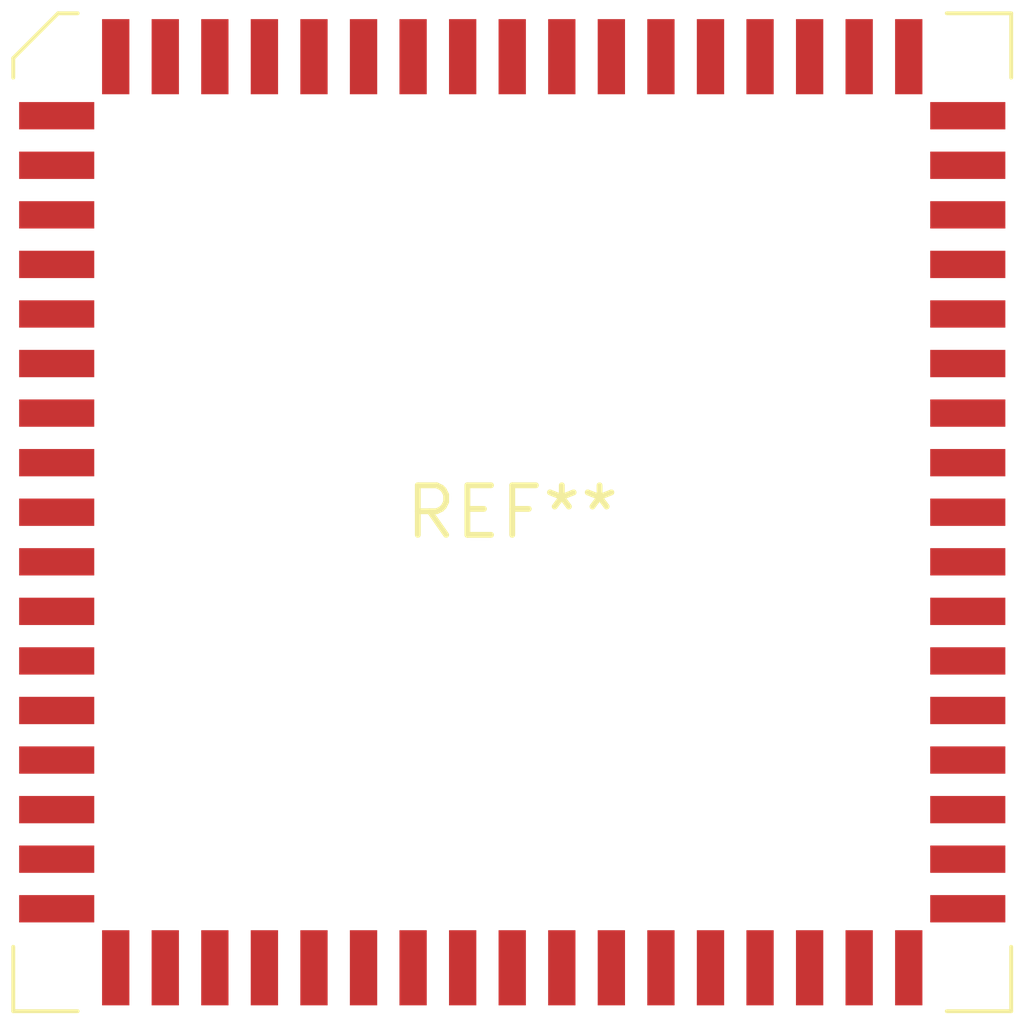
<source format=kicad_pcb>
(kicad_pcb (version 20240108) (generator pcbnew)
  (layers (0 "F.Cu" signal) (31 "B.Cu" signal) (34 "B.Paste" user) (35 "F.Paste" user) (36 "B.SilkS" user "B.Silkscreen") (37 "F.SilkS" user "F.Silkscreen") (38 "B.Mask" user) (39 "F.Mask" user) (44 "Edge.Cuts" user))
  (net 0 "")
  (footprint "PLCC-68" (layer "F.Cu") (at 0 0)
    (property "Reference" "REF**")
    (property "Value" "PLCC-68")
    (fp_line (start -12.785 -11.635) (end -12.785 -11.135) (layer "F.SilkS") (stroke (width 0.1)))
    (fp_line (start -12.785 12.785) (end -12.785 11.135) (layer "F.SilkS") (stroke (width 0.1)))
    (fp_line (start -11.635 -12.785) (end -12.785 -11.635) (layer "F.SilkS") (stroke (width 0.1)))
    (fp_line (start -11.135 -12.785) (end -11.635 -12.785) (layer "F.SilkS") (stroke (width 0.1)))
    (fp_line (start -11.135 12.785) (end -12.785 12.785) (layer "F.SilkS") (stroke (width 0.1)))
    (fp_line (start 11.135 -12.785) (end 12.785 -12.785) (layer "F.SilkS") (stroke (width 0.1)))
    (fp_line (start 11.135 12.785) (end 12.785 12.785) (layer "F.SilkS") (stroke (width 0.1)))
    (fp_line (start 12.785 -12.785) (end 12.785 -11.135) (layer "F.SilkS") (stroke (width 0.1)))
    (fp_line (start 12.785 12.785) (end 12.785 11.135) (layer "F.SilkS") (stroke (width 0.1)))
    (pad "1" smd rect (at 0 -11.6725) (size 0.7 1.925) (layers "F.Cu" "F.Paste" "F.Mask"))
    (pad "2" smd rect (at -1.27 -11.6725) (size 0.7 1.925) (layers "F.Cu" "F.Paste" "F.Mask"))
    (pad "3" smd rect (at -2.54 -11.6725) (size 0.7 1.925) (layers "F.Cu" "F.Paste" "F.Mask"))
    (pad "4" smd rect (at -3.81 -11.6725) (size 0.7 1.925) (layers "F.Cu" "F.Paste" "F.Mask"))
    (pad "5" smd rect (at -5.08 -11.6725) (size 0.7 1.925) (layers "F.Cu" "F.Paste" "F.Mask"))
    (pad "6" smd rect (at -6.35 -11.6725) (size 0.7 1.925) (layers "F.Cu" "F.Paste" "F.Mask"))
    (pad "7" smd rect (at -7.62 -11.6725) (size 0.7 1.925) (layers "F.Cu" "F.Paste" "F.Mask"))
    (pad "8" smd rect (at -8.89 -11.6725) (size 0.7 1.925) (layers "F.Cu" "F.Paste" "F.Mask"))
    (pad "9" smd rect (at -10.16 -11.6725) (size 0.7 1.925) (layers "F.Cu" "F.Paste" "F.Mask"))
    (pad "10" smd rect (at -11.6725 -10.16) (size 1.925 0.7) (layers "F.Cu" "F.Paste" "F.Mask"))
    (pad "11" smd rect (at -11.6725 -8.89) (size 1.925 0.7) (layers "F.Cu" "F.Paste" "F.Mask"))
    (pad "12" smd rect (at -11.6725 -7.62) (size 1.925 0.7) (layers "F.Cu" "F.Paste" "F.Mask"))
    (pad "13" smd rect (at -11.6725 -6.35) (size 1.925 0.7) (layers "F.Cu" "F.Paste" "F.Mask"))
    (pad "14" smd rect (at -11.6725 -5.08) (size 1.925 0.7) (layers "F.Cu" "F.Paste" "F.Mask"))
    (pad "15" smd rect (at -11.6725 -3.81) (size 1.925 0.7) (layers "F.Cu" "F.Paste" "F.Mask"))
    (pad "16" smd rect (at -11.6725 -2.54) (size 1.925 0.7) (layers "F.Cu" "F.Paste" "F.Mask"))
    (pad "17" smd rect (at -11.6725 -1.27) (size 1.925 0.7) (layers "F.Cu" "F.Paste" "F.Mask"))
    (pad "18" smd rect (at -11.6725 0) (size 1.925 0.7) (layers "F.Cu" "F.Paste" "F.Mask"))
    (pad "19" smd rect (at -11.6725 1.27) (size 1.925 0.7) (layers "F.Cu" "F.Paste" "F.Mask"))
    (pad "20" smd rect (at -11.6725 2.54) (size 1.925 0.7) (layers "F.Cu" "F.Paste" "F.Mask"))
    (pad "21" smd rect (at -11.6725 3.81) (size 1.925 0.7) (layers "F.Cu" "F.Paste" "F.Mask"))
    (pad "22" smd rect (at -11.6725 5.08) (size 1.925 0.7) (layers "F.Cu" "F.Paste" "F.Mask"))
    (pad "23" smd rect (at -11.6725 6.35) (size 1.925 0.7) (layers "F.Cu" "F.Paste" "F.Mask"))
    (pad "24" smd rect (at -11.6725 7.62) (size 1.925 0.7) (layers "F.Cu" "F.Paste" "F.Mask"))
    (pad "25" smd rect (at -11.6725 8.89) (size 1.925 0.7) (layers "F.Cu" "F.Paste" "F.Mask"))
    (pad "26" smd rect (at -11.6725 10.16) (size 1.925 0.7) (layers "F.Cu" "F.Paste" "F.Mask"))
    (pad "27" smd rect (at -10.16 11.6725) (size 0.7 1.925) (layers "F.Cu" "F.Paste" "F.Mask"))
    (pad "28" smd rect (at -8.89 11.6725) (size 0.7 1.925) (layers "F.Cu" "F.Paste" "F.Mask"))
    (pad "29" smd rect (at -7.62 11.6725) (size 0.7 1.925) (layers "F.Cu" "F.Paste" "F.Mask"))
    (pad "30" smd rect (at -6.35 11.6725) (size 0.7 1.925) (layers "F.Cu" "F.Paste" "F.Mask"))
    (pad "31" smd rect (at -5.08 11.6725) (size 0.7 1.925) (layers "F.Cu" "F.Paste" "F.Mask"))
    (pad "32" smd rect (at -3.81 11.6725) (size 0.7 1.925) (layers "F.Cu" "F.Paste" "F.Mask"))
    (pad "33" smd rect (at -2.54 11.6725) (size 0.7 1.925) (layers "F.Cu" "F.Paste" "F.Mask"))
    (pad "34" smd rect (at -1.27 11.6725) (size 0.7 1.925) (layers "F.Cu" "F.Paste" "F.Mask"))
    (pad "35" smd rect (at 0 11.6725) (size 0.7 1.925) (layers "F.Cu" "F.Paste" "F.Mask"))
    (pad "36" smd rect (at 1.27 11.6725) (size 0.7 1.925) (layers "F.Cu" "F.Paste" "F.Mask"))
    (pad "37" smd rect (at 2.54 11.6725) (size 0.7 1.925) (layers "F.Cu" "F.Paste" "F.Mask"))
    (pad "38" smd rect (at 3.81 11.6725) (size 0.7 1.925) (layers "F.Cu" "F.Paste" "F.Mask"))
    (pad "39" smd rect (at 5.08 11.6725) (size 0.7 1.925) (layers "F.Cu" "F.Paste" "F.Mask"))
    (pad "40" smd rect (at 6.35 11.6725) (size 0.7 1.925) (layers "F.Cu" "F.Paste" "F.Mask"))
    (pad "41" smd rect (at 7.62 11.6725) (size 0.7 1.925) (layers "F.Cu" "F.Paste" "F.Mask"))
    (pad "42" smd rect (at 8.89 11.6725) (size 0.7 1.925) (layers "F.Cu" "F.Paste" "F.Mask"))
    (pad "43" smd rect (at 10.16 11.6725) (size 0.7 1.925) (layers "F.Cu" "F.Paste" "F.Mask"))
    (pad "44" smd rect (at 11.6725 10.16) (size 1.925 0.7) (layers "F.Cu" "F.Paste" "F.Mask"))
    (pad "45" smd rect (at 11.6725 8.89) (size 1.925 0.7) (layers "F.Cu" "F.Paste" "F.Mask"))
    (pad "46" smd rect (at 11.6725 7.62) (size 1.925 0.7) (layers "F.Cu" "F.Paste" "F.Mask"))
    (pad "47" smd rect (at 11.6725 6.35) (size 1.925 0.7) (layers "F.Cu" "F.Paste" "F.Mask"))
    (pad "48" smd rect (at 11.6725 5.08) (size 1.925 0.7) (layers "F.Cu" "F.Paste" "F.Mask"))
    (pad "49" smd rect (at 11.6725 3.81) (size 1.925 0.7) (layers "F.Cu" "F.Paste" "F.Mask"))
    (pad "50" smd rect (at 11.6725 2.54) (size 1.925 0.7) (layers "F.Cu" "F.Paste" "F.Mask"))
    (pad "51" smd rect (at 11.6725 1.27) (size 1.925 0.7) (layers "F.Cu" "F.Paste" "F.Mask"))
    (pad "52" smd rect (at 11.6725 0) (size 1.925 0.7) (layers "F.Cu" "F.Paste" "F.Mask"))
    (pad "53" smd rect (at 11.6725 -1.27) (size 1.925 0.7) (layers "F.Cu" "F.Paste" "F.Mask"))
    (pad "54" smd rect (at 11.6725 -2.54) (size 1.925 0.7) (layers "F.Cu" "F.Paste" "F.Mask"))
    (pad "55" smd rect (at 11.6725 -3.81) (size 1.925 0.7) (layers "F.Cu" "F.Paste" "F.Mask"))
    (pad "56" smd rect (at 11.6725 -5.08) (size 1.925 0.7) (layers "F.Cu" "F.Paste" "F.Mask"))
    (pad "57" smd rect (at 11.6725 -6.35) (size 1.925 0.7) (layers "F.Cu" "F.Paste" "F.Mask"))
    (pad "58" smd rect (at 11.6725 -7.62) (size 1.925 0.7) (layers "F.Cu" "F.Paste" "F.Mask"))
    (pad "59" smd rect (at 11.6725 -8.89) (size 1.925 0.7) (layers "F.Cu" "F.Paste" "F.Mask"))
    (pad "60" smd rect (at 11.6725 -10.16) (size 1.925 0.7) (layers "F.Cu" "F.Paste" "F.Mask"))
    (pad "61" smd rect (at 10.16 -11.6725) (size 0.7 1.925) (layers "F.Cu" "F.Paste" "F.Mask"))
    (pad "62" smd rect (at 8.89 -11.6725) (size 0.7 1.925) (layers "F.Cu" "F.Paste" "F.Mask"))
    (pad "63" smd rect (at 7.62 -11.6725) (size 0.7 1.925) (layers "F.Cu" "F.Paste" "F.Mask"))
    (pad "64" smd rect (at 6.35 -11.6725) (size 0.7 1.925) (layers "F.Cu" "F.Paste" "F.Mask"))
    (pad "65" smd rect (at 5.08 -11.6725) (size 0.7 1.925) (layers "F.Cu" "F.Paste" "F.Mask"))
    (pad "66" smd rect (at 3.81 -11.6725) (size 0.7 1.925) (layers "F.Cu" "F.Paste" "F.Mask"))
    (pad "67" smd rect (at 2.54 -11.6725) (size 0.7 1.925) (layers "F.Cu" "F.Paste" "F.Mask"))
    (pad "68" smd rect (at 1.27 -11.6725) (size 0.7 1.925) (layers "F.Cu" "F.Paste" "F.Mask"))
  )
)
</source>
